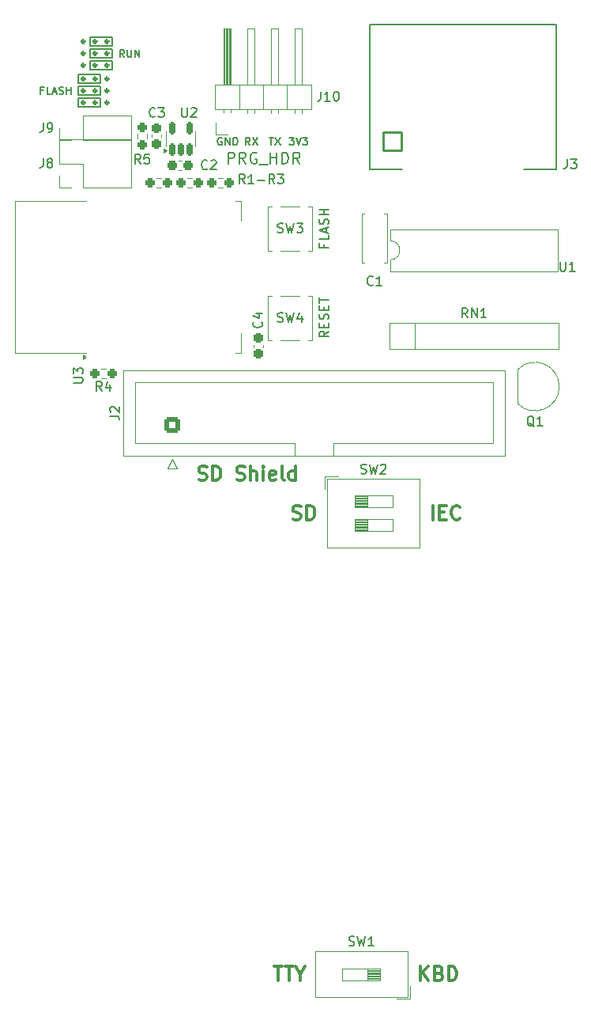
<source format=gbr>
%TF.GenerationSoftware,KiCad,Pcbnew,7.0.11*%
%TF.CreationDate,2024-10-03T19:05:43+02:00*%
%TF.ProjectId,kim-1-aux-card-esp,6b696d2d-312d-4617-9578-2d636172642d,rev?*%
%TF.SameCoordinates,Original*%
%TF.FileFunction,Legend,Top*%
%TF.FilePolarity,Positive*%
%FSLAX46Y46*%
G04 Gerber Fmt 4.6, Leading zero omitted, Abs format (unit mm)*
G04 Created by KiCad (PCBNEW 7.0.11) date 2024-10-03 19:05:43*
%MOMM*%
%LPD*%
G01*
G04 APERTURE LIST*
G04 Aperture macros list*
%AMRoundRect*
0 Rectangle with rounded corners*
0 $1 Rounding radius*
0 $2 $3 $4 $5 $6 $7 $8 $9 X,Y pos of 4 corners*
0 Add a 4 corners polygon primitive as box body*
4,1,4,$2,$3,$4,$5,$6,$7,$8,$9,$2,$3,0*
0 Add four circle primitives for the rounded corners*
1,1,$1+$1,$2,$3*
1,1,$1+$1,$4,$5*
1,1,$1+$1,$6,$7*
1,1,$1+$1,$8,$9*
0 Add four rect primitives between the rounded corners*
20,1,$1+$1,$2,$3,$4,$5,0*
20,1,$1+$1,$4,$5,$6,$7,0*
20,1,$1+$1,$6,$7,$8,$9,0*
20,1,$1+$1,$8,$9,$2,$3,0*%
G04 Aperture macros list end*
%ADD10C,0.300000*%
%ADD11C,0.200000*%
%ADD12C,0.150000*%
%ADD13C,0.120000*%
%ADD14C,0.127000*%
%ADD15R,1.400000X1.600000*%
%ADD16C,2.700000*%
%ADD17R,1.500000X1.050000*%
%ADD18O,1.500000X1.050000*%
%ADD19R,1.600000X2.400000*%
%ADD20O,1.600000X2.400000*%
%ADD21R,1.600000X1.600000*%
%ADD22O,1.600000X1.600000*%
%ADD23RoundRect,0.237500X-0.237500X0.300000X-0.237500X-0.300000X0.237500X-0.300000X0.237500X0.300000X0*%
%ADD24RoundRect,0.237500X-0.237500X0.250000X-0.237500X-0.250000X0.237500X-0.250000X0.237500X0.250000X0*%
%ADD25RoundRect,0.237500X-0.300000X-0.237500X0.300000X-0.237500X0.300000X0.237500X-0.300000X0.237500X0*%
%ADD26RoundRect,0.250000X0.600000X-0.600000X0.600000X0.600000X-0.600000X0.600000X-0.600000X-0.600000X0*%
%ADD27C,1.700000*%
%ADD28RoundRect,0.237500X-0.250000X-0.237500X0.250000X-0.237500X0.250000X0.237500X-0.250000X0.237500X0*%
%ADD29RoundRect,0.150000X0.150000X-0.512500X0.150000X0.512500X-0.150000X0.512500X-0.150000X-0.512500X0*%
%ADD30R,1.000000X2.500000*%
%ADD31R,1.800000X1.000000*%
%ADD32R,1.700000X1.700000*%
%ADD33O,1.700000X1.700000*%
%ADD34RoundRect,0.237500X0.237500X-0.300000X0.237500X0.300000X-0.237500X0.300000X-0.237500X-0.300000X0*%
%ADD35RoundRect,0.237500X0.250000X0.237500X-0.250000X0.237500X-0.250000X-0.237500X0.250000X-0.237500X0*%
%ADD36C,1.600000*%
%ADD37C,2.400000*%
%ADD38RoundRect,0.102000X0.975000X0.975000X-0.975000X0.975000X-0.975000X-0.975000X0.975000X-0.975000X0*%
%ADD39C,2.154000*%
%ADD40C,0.600000*%
%ADD41C,0.500000*%
G04 APERTURE END LIST*
D10*
X117350000Y-44450000D02*
G75*
G03*
X117050000Y-44450000I-150000J0D01*
G01*
X117050000Y-44450000D02*
G75*
G03*
X117350000Y-44450000I150000J0D01*
G01*
X117350000Y-41910000D02*
G75*
G03*
X117050000Y-41910000I-150000J0D01*
G01*
X117050000Y-41910000D02*
G75*
G03*
X117350000Y-41910000I150000J0D01*
G01*
D11*
X117930000Y-43980000D02*
X120280000Y-43980000D01*
X120280000Y-44920000D01*
X117930000Y-44920000D01*
X117930000Y-43980000D01*
X117930000Y-41440000D02*
X120280000Y-41440000D01*
X120280000Y-42380000D01*
X117930000Y-42380000D01*
X117930000Y-41440000D01*
D10*
X119890000Y-48450000D02*
G75*
G03*
X119590000Y-48450000I-150000J0D01*
G01*
X119590000Y-48450000D02*
G75*
G03*
X119890000Y-48450000I150000J0D01*
G01*
D11*
X116660000Y-45440000D02*
X119010000Y-45440000D01*
X119010000Y-46380000D01*
X116660000Y-46380000D01*
X116660000Y-45440000D01*
D10*
X118620000Y-41910000D02*
G75*
G03*
X118320000Y-41910000I-150000J0D01*
G01*
X118320000Y-41910000D02*
G75*
G03*
X118620000Y-41910000I150000J0D01*
G01*
X118620000Y-43180000D02*
G75*
G03*
X118320000Y-43180000I-150000J0D01*
G01*
X118320000Y-43180000D02*
G75*
G03*
X118620000Y-43180000I150000J0D01*
G01*
X118620000Y-44450000D02*
G75*
G03*
X118320000Y-44450000I-150000J0D01*
G01*
X118320000Y-44450000D02*
G75*
G03*
X118620000Y-44450000I150000J0D01*
G01*
X117350000Y-47180000D02*
G75*
G03*
X117050000Y-47180000I-150000J0D01*
G01*
X117050000Y-47180000D02*
G75*
G03*
X117350000Y-47180000I150000J0D01*
G01*
X117350000Y-45910000D02*
G75*
G03*
X117050000Y-45910000I-150000J0D01*
G01*
X117050000Y-45910000D02*
G75*
G03*
X117350000Y-45910000I150000J0D01*
G01*
X118620000Y-48450000D02*
G75*
G03*
X118320000Y-48450000I-150000J0D01*
G01*
X118320000Y-48450000D02*
G75*
G03*
X118620000Y-48450000I150000J0D01*
G01*
X119890000Y-44450000D02*
G75*
G03*
X119590000Y-44450000I-150000J0D01*
G01*
X119590000Y-44450000D02*
G75*
G03*
X119890000Y-44450000I150000J0D01*
G01*
X119890000Y-43180000D02*
G75*
G03*
X119590000Y-43180000I-150000J0D01*
G01*
X119590000Y-43180000D02*
G75*
G03*
X119890000Y-43180000I150000J0D01*
G01*
D11*
X117930000Y-42710000D02*
X120280000Y-42710000D01*
X120280000Y-43650000D01*
X117930000Y-43650000D01*
X117930000Y-42710000D01*
D10*
X118620000Y-45910000D02*
G75*
G03*
X118320000Y-45910000I-150000J0D01*
G01*
X118320000Y-45910000D02*
G75*
G03*
X118620000Y-45910000I150000J0D01*
G01*
X117350000Y-43180000D02*
G75*
G03*
X117050000Y-43180000I-150000J0D01*
G01*
X117050000Y-43180000D02*
G75*
G03*
X117350000Y-43180000I150000J0D01*
G01*
D11*
X116660000Y-47980000D02*
X119010000Y-47980000D01*
X119010000Y-48920000D01*
X116660000Y-48920000D01*
X116660000Y-47980000D01*
D10*
X119890000Y-47180000D02*
G75*
G03*
X119590000Y-47180000I-150000J0D01*
G01*
X119590000Y-47180000D02*
G75*
G03*
X119890000Y-47180000I150000J0D01*
G01*
X119890000Y-45910000D02*
G75*
G03*
X119590000Y-45910000I-150000J0D01*
G01*
X119590000Y-45910000D02*
G75*
G03*
X119890000Y-45910000I150000J0D01*
G01*
X118620000Y-47180000D02*
G75*
G03*
X118320000Y-47180000I-150000J0D01*
G01*
X118320000Y-47180000D02*
G75*
G03*
X118620000Y-47180000I150000J0D01*
G01*
X117350000Y-48450000D02*
G75*
G03*
X117050000Y-48450000I-150000J0D01*
G01*
X117050000Y-48450000D02*
G75*
G03*
X117350000Y-48450000I150000J0D01*
G01*
X119890000Y-41910000D02*
G75*
G03*
X119590000Y-41910000I-150000J0D01*
G01*
X119590000Y-41910000D02*
G75*
G03*
X119890000Y-41910000I150000J0D01*
G01*
D11*
X116660000Y-46710000D02*
X119010000Y-46710000D01*
X119010000Y-47650000D01*
X116660000Y-47650000D01*
X116660000Y-46710000D01*
D12*
X132050476Y-52212390D02*
X131974286Y-52174295D01*
X131974286Y-52174295D02*
X131860000Y-52174295D01*
X131860000Y-52174295D02*
X131745714Y-52212390D01*
X131745714Y-52212390D02*
X131669524Y-52288580D01*
X131669524Y-52288580D02*
X131631429Y-52364771D01*
X131631429Y-52364771D02*
X131593333Y-52517152D01*
X131593333Y-52517152D02*
X131593333Y-52631438D01*
X131593333Y-52631438D02*
X131631429Y-52783819D01*
X131631429Y-52783819D02*
X131669524Y-52860009D01*
X131669524Y-52860009D02*
X131745714Y-52936200D01*
X131745714Y-52936200D02*
X131860000Y-52974295D01*
X131860000Y-52974295D02*
X131936191Y-52974295D01*
X131936191Y-52974295D02*
X132050476Y-52936200D01*
X132050476Y-52936200D02*
X132088572Y-52898104D01*
X132088572Y-52898104D02*
X132088572Y-52631438D01*
X132088572Y-52631438D02*
X131936191Y-52631438D01*
X132431429Y-52974295D02*
X132431429Y-52174295D01*
X132431429Y-52174295D02*
X132888572Y-52974295D01*
X132888572Y-52974295D02*
X132888572Y-52174295D01*
X133269524Y-52974295D02*
X133269524Y-52174295D01*
X133269524Y-52174295D02*
X133460000Y-52174295D01*
X133460000Y-52174295D02*
X133574286Y-52212390D01*
X133574286Y-52212390D02*
X133650476Y-52288580D01*
X133650476Y-52288580D02*
X133688571Y-52364771D01*
X133688571Y-52364771D02*
X133726667Y-52517152D01*
X133726667Y-52517152D02*
X133726667Y-52631438D01*
X133726667Y-52631438D02*
X133688571Y-52783819D01*
X133688571Y-52783819D02*
X133650476Y-52860009D01*
X133650476Y-52860009D02*
X133574286Y-52936200D01*
X133574286Y-52936200D02*
X133460000Y-52974295D01*
X133460000Y-52974295D02*
X133269524Y-52974295D01*
D10*
X137674061Y-140878328D02*
X138531204Y-140878328D01*
X138102632Y-142378328D02*
X138102632Y-140878328D01*
X138816918Y-140878328D02*
X139674061Y-140878328D01*
X139245489Y-142378328D02*
X139245489Y-140878328D01*
X140459775Y-141664042D02*
X140459775Y-142378328D01*
X139959775Y-140878328D02*
X140459775Y-141664042D01*
X140459775Y-141664042D02*
X140959775Y-140878328D01*
D12*
X112899411Y-47143247D02*
X112632745Y-47143247D01*
X112632745Y-47562295D02*
X112632745Y-46762295D01*
X112632745Y-46762295D02*
X113013697Y-46762295D01*
X113699411Y-47562295D02*
X113318459Y-47562295D01*
X113318459Y-47562295D02*
X113318459Y-46762295D01*
X113927982Y-47333723D02*
X114308935Y-47333723D01*
X113851792Y-47562295D02*
X114118459Y-46762295D01*
X114118459Y-46762295D02*
X114385125Y-47562295D01*
X114613696Y-47524200D02*
X114727982Y-47562295D01*
X114727982Y-47562295D02*
X114918458Y-47562295D01*
X114918458Y-47562295D02*
X114994649Y-47524200D01*
X114994649Y-47524200D02*
X115032744Y-47486104D01*
X115032744Y-47486104D02*
X115070839Y-47409914D01*
X115070839Y-47409914D02*
X115070839Y-47333723D01*
X115070839Y-47333723D02*
X115032744Y-47257533D01*
X115032744Y-47257533D02*
X114994649Y-47219438D01*
X114994649Y-47219438D02*
X114918458Y-47181342D01*
X114918458Y-47181342D02*
X114766077Y-47143247D01*
X114766077Y-47143247D02*
X114689887Y-47105152D01*
X114689887Y-47105152D02*
X114651792Y-47067057D01*
X114651792Y-47067057D02*
X114613696Y-46990866D01*
X114613696Y-46990866D02*
X114613696Y-46914676D01*
X114613696Y-46914676D02*
X114651792Y-46838485D01*
X114651792Y-46838485D02*
X114689887Y-46800390D01*
X114689887Y-46800390D02*
X114766077Y-46762295D01*
X114766077Y-46762295D02*
X114956554Y-46762295D01*
X114956554Y-46762295D02*
X115070839Y-46800390D01*
X115413697Y-47562295D02*
X115413697Y-46762295D01*
X115413697Y-47143247D02*
X115870840Y-47143247D01*
X115870840Y-47562295D02*
X115870840Y-46762295D01*
D10*
X154654510Y-93058328D02*
X154654510Y-91558328D01*
X155368796Y-92272614D02*
X155868796Y-92272614D01*
X156083082Y-93058328D02*
X155368796Y-93058328D01*
X155368796Y-93058328D02*
X155368796Y-91558328D01*
X155368796Y-91558328D02*
X156083082Y-91558328D01*
X157583082Y-92915471D02*
X157511654Y-92986900D01*
X157511654Y-92986900D02*
X157297368Y-93058328D01*
X157297368Y-93058328D02*
X157154511Y-93058328D01*
X157154511Y-93058328D02*
X156940225Y-92986900D01*
X156940225Y-92986900D02*
X156797368Y-92844042D01*
X156797368Y-92844042D02*
X156725939Y-92701185D01*
X156725939Y-92701185D02*
X156654511Y-92415471D01*
X156654511Y-92415471D02*
X156654511Y-92201185D01*
X156654511Y-92201185D02*
X156725939Y-91915471D01*
X156725939Y-91915471D02*
X156797368Y-91772614D01*
X156797368Y-91772614D02*
X156940225Y-91629757D01*
X156940225Y-91629757D02*
X157154511Y-91558328D01*
X157154511Y-91558328D02*
X157297368Y-91558328D01*
X157297368Y-91558328D02*
X157511654Y-91629757D01*
X157511654Y-91629757D02*
X157583082Y-91701185D01*
D12*
X134508095Y-57114819D02*
X134174762Y-56638628D01*
X133936667Y-57114819D02*
X133936667Y-56114819D01*
X133936667Y-56114819D02*
X134317619Y-56114819D01*
X134317619Y-56114819D02*
X134412857Y-56162438D01*
X134412857Y-56162438D02*
X134460476Y-56210057D01*
X134460476Y-56210057D02*
X134508095Y-56305295D01*
X134508095Y-56305295D02*
X134508095Y-56448152D01*
X134508095Y-56448152D02*
X134460476Y-56543390D01*
X134460476Y-56543390D02*
X134412857Y-56591009D01*
X134412857Y-56591009D02*
X134317619Y-56638628D01*
X134317619Y-56638628D02*
X133936667Y-56638628D01*
X135460476Y-57114819D02*
X134889048Y-57114819D01*
X135174762Y-57114819D02*
X135174762Y-56114819D01*
X135174762Y-56114819D02*
X135079524Y-56257676D01*
X135079524Y-56257676D02*
X134984286Y-56352914D01*
X134984286Y-56352914D02*
X134889048Y-56400533D01*
X135889048Y-56733866D02*
X136650953Y-56733866D01*
X137698571Y-57114819D02*
X137365238Y-56638628D01*
X137127143Y-57114819D02*
X137127143Y-56114819D01*
X137127143Y-56114819D02*
X137508095Y-56114819D01*
X137508095Y-56114819D02*
X137603333Y-56162438D01*
X137603333Y-56162438D02*
X137650952Y-56210057D01*
X137650952Y-56210057D02*
X137698571Y-56305295D01*
X137698571Y-56305295D02*
X137698571Y-56448152D01*
X137698571Y-56448152D02*
X137650952Y-56543390D01*
X137650952Y-56543390D02*
X137603333Y-56591009D01*
X137603333Y-56591009D02*
X137508095Y-56638628D01*
X137508095Y-56638628D02*
X137127143Y-56638628D01*
X138031905Y-56114819D02*
X138650952Y-56114819D01*
X138650952Y-56114819D02*
X138317619Y-56495771D01*
X138317619Y-56495771D02*
X138460476Y-56495771D01*
X138460476Y-56495771D02*
X138555714Y-56543390D01*
X138555714Y-56543390D02*
X138603333Y-56591009D01*
X138603333Y-56591009D02*
X138650952Y-56686247D01*
X138650952Y-56686247D02*
X138650952Y-56924342D01*
X138650952Y-56924342D02*
X138603333Y-57019580D01*
X138603333Y-57019580D02*
X138555714Y-57067200D01*
X138555714Y-57067200D02*
X138460476Y-57114819D01*
X138460476Y-57114819D02*
X138174762Y-57114819D01*
X138174762Y-57114819D02*
X138079524Y-57067200D01*
X138079524Y-57067200D02*
X138031905Y-57019580D01*
D10*
X129575715Y-88779400D02*
X129790001Y-88850828D01*
X129790001Y-88850828D02*
X130147143Y-88850828D01*
X130147143Y-88850828D02*
X130290001Y-88779400D01*
X130290001Y-88779400D02*
X130361429Y-88707971D01*
X130361429Y-88707971D02*
X130432858Y-88565114D01*
X130432858Y-88565114D02*
X130432858Y-88422257D01*
X130432858Y-88422257D02*
X130361429Y-88279400D01*
X130361429Y-88279400D02*
X130290001Y-88207971D01*
X130290001Y-88207971D02*
X130147143Y-88136542D01*
X130147143Y-88136542D02*
X129861429Y-88065114D01*
X129861429Y-88065114D02*
X129718572Y-87993685D01*
X129718572Y-87993685D02*
X129647143Y-87922257D01*
X129647143Y-87922257D02*
X129575715Y-87779400D01*
X129575715Y-87779400D02*
X129575715Y-87636542D01*
X129575715Y-87636542D02*
X129647143Y-87493685D01*
X129647143Y-87493685D02*
X129718572Y-87422257D01*
X129718572Y-87422257D02*
X129861429Y-87350828D01*
X129861429Y-87350828D02*
X130218572Y-87350828D01*
X130218572Y-87350828D02*
X130432858Y-87422257D01*
X131075714Y-88850828D02*
X131075714Y-87350828D01*
X131075714Y-87350828D02*
X131432857Y-87350828D01*
X131432857Y-87350828D02*
X131647143Y-87422257D01*
X131647143Y-87422257D02*
X131790000Y-87565114D01*
X131790000Y-87565114D02*
X131861429Y-87707971D01*
X131861429Y-87707971D02*
X131932857Y-87993685D01*
X131932857Y-87993685D02*
X131932857Y-88207971D01*
X131932857Y-88207971D02*
X131861429Y-88493685D01*
X131861429Y-88493685D02*
X131790000Y-88636542D01*
X131790000Y-88636542D02*
X131647143Y-88779400D01*
X131647143Y-88779400D02*
X131432857Y-88850828D01*
X131432857Y-88850828D02*
X131075714Y-88850828D01*
X133647143Y-88779400D02*
X133861429Y-88850828D01*
X133861429Y-88850828D02*
X134218571Y-88850828D01*
X134218571Y-88850828D02*
X134361429Y-88779400D01*
X134361429Y-88779400D02*
X134432857Y-88707971D01*
X134432857Y-88707971D02*
X134504286Y-88565114D01*
X134504286Y-88565114D02*
X134504286Y-88422257D01*
X134504286Y-88422257D02*
X134432857Y-88279400D01*
X134432857Y-88279400D02*
X134361429Y-88207971D01*
X134361429Y-88207971D02*
X134218571Y-88136542D01*
X134218571Y-88136542D02*
X133932857Y-88065114D01*
X133932857Y-88065114D02*
X133790000Y-87993685D01*
X133790000Y-87993685D02*
X133718571Y-87922257D01*
X133718571Y-87922257D02*
X133647143Y-87779400D01*
X133647143Y-87779400D02*
X133647143Y-87636542D01*
X133647143Y-87636542D02*
X133718571Y-87493685D01*
X133718571Y-87493685D02*
X133790000Y-87422257D01*
X133790000Y-87422257D02*
X133932857Y-87350828D01*
X133932857Y-87350828D02*
X134290000Y-87350828D01*
X134290000Y-87350828D02*
X134504286Y-87422257D01*
X135147142Y-88850828D02*
X135147142Y-87350828D01*
X135790000Y-88850828D02*
X135790000Y-88065114D01*
X135790000Y-88065114D02*
X135718571Y-87922257D01*
X135718571Y-87922257D02*
X135575714Y-87850828D01*
X135575714Y-87850828D02*
X135361428Y-87850828D01*
X135361428Y-87850828D02*
X135218571Y-87922257D01*
X135218571Y-87922257D02*
X135147142Y-87993685D01*
X136504285Y-88850828D02*
X136504285Y-87850828D01*
X136504285Y-87350828D02*
X136432857Y-87422257D01*
X136432857Y-87422257D02*
X136504285Y-87493685D01*
X136504285Y-87493685D02*
X136575714Y-87422257D01*
X136575714Y-87422257D02*
X136504285Y-87350828D01*
X136504285Y-87350828D02*
X136504285Y-87493685D01*
X137790000Y-88779400D02*
X137647143Y-88850828D01*
X137647143Y-88850828D02*
X137361429Y-88850828D01*
X137361429Y-88850828D02*
X137218571Y-88779400D01*
X137218571Y-88779400D02*
X137147143Y-88636542D01*
X137147143Y-88636542D02*
X137147143Y-88065114D01*
X137147143Y-88065114D02*
X137218571Y-87922257D01*
X137218571Y-87922257D02*
X137361429Y-87850828D01*
X137361429Y-87850828D02*
X137647143Y-87850828D01*
X137647143Y-87850828D02*
X137790000Y-87922257D01*
X137790000Y-87922257D02*
X137861429Y-88065114D01*
X137861429Y-88065114D02*
X137861429Y-88207971D01*
X137861429Y-88207971D02*
X137147143Y-88350828D01*
X138718571Y-88850828D02*
X138575714Y-88779400D01*
X138575714Y-88779400D02*
X138504285Y-88636542D01*
X138504285Y-88636542D02*
X138504285Y-87350828D01*
X139932857Y-88850828D02*
X139932857Y-87350828D01*
X139932857Y-88779400D02*
X139789999Y-88850828D01*
X139789999Y-88850828D02*
X139504285Y-88850828D01*
X139504285Y-88850828D02*
X139361428Y-88779400D01*
X139361428Y-88779400D02*
X139289999Y-88707971D01*
X139289999Y-88707971D02*
X139218571Y-88565114D01*
X139218571Y-88565114D02*
X139218571Y-88136542D01*
X139218571Y-88136542D02*
X139289999Y-87993685D01*
X139289999Y-87993685D02*
X139361428Y-87922257D01*
X139361428Y-87922257D02*
X139504285Y-87850828D01*
X139504285Y-87850828D02*
X139789999Y-87850828D01*
X139789999Y-87850828D02*
X139932857Y-87922257D01*
D12*
X139289523Y-52174295D02*
X139784761Y-52174295D01*
X139784761Y-52174295D02*
X139518095Y-52479057D01*
X139518095Y-52479057D02*
X139632380Y-52479057D01*
X139632380Y-52479057D02*
X139708571Y-52517152D01*
X139708571Y-52517152D02*
X139746666Y-52555247D01*
X139746666Y-52555247D02*
X139784761Y-52631438D01*
X139784761Y-52631438D02*
X139784761Y-52821914D01*
X139784761Y-52821914D02*
X139746666Y-52898104D01*
X139746666Y-52898104D02*
X139708571Y-52936200D01*
X139708571Y-52936200D02*
X139632380Y-52974295D01*
X139632380Y-52974295D02*
X139403809Y-52974295D01*
X139403809Y-52974295D02*
X139327618Y-52936200D01*
X139327618Y-52936200D02*
X139289523Y-52898104D01*
X140013333Y-52174295D02*
X140280000Y-52974295D01*
X140280000Y-52974295D02*
X140546666Y-52174295D01*
X140737142Y-52174295D02*
X141232380Y-52174295D01*
X141232380Y-52174295D02*
X140965714Y-52479057D01*
X140965714Y-52479057D02*
X141079999Y-52479057D01*
X141079999Y-52479057D02*
X141156190Y-52517152D01*
X141156190Y-52517152D02*
X141194285Y-52555247D01*
X141194285Y-52555247D02*
X141232380Y-52631438D01*
X141232380Y-52631438D02*
X141232380Y-52821914D01*
X141232380Y-52821914D02*
X141194285Y-52898104D01*
X141194285Y-52898104D02*
X141156190Y-52936200D01*
X141156190Y-52936200D02*
X141079999Y-52974295D01*
X141079999Y-52974295D02*
X140851428Y-52974295D01*
X140851428Y-52974295D02*
X140775237Y-52936200D01*
X140775237Y-52936200D02*
X140737142Y-52898104D01*
X137130476Y-52174295D02*
X137587619Y-52174295D01*
X137359047Y-52974295D02*
X137359047Y-52174295D01*
X137778095Y-52174295D02*
X138311429Y-52974295D01*
X138311429Y-52174295D02*
X137778095Y-52974295D01*
X121576303Y-43572295D02*
X121309636Y-43191342D01*
X121119160Y-43572295D02*
X121119160Y-42772295D01*
X121119160Y-42772295D02*
X121423922Y-42772295D01*
X121423922Y-42772295D02*
X121500112Y-42810390D01*
X121500112Y-42810390D02*
X121538207Y-42848485D01*
X121538207Y-42848485D02*
X121576303Y-42924676D01*
X121576303Y-42924676D02*
X121576303Y-43038961D01*
X121576303Y-43038961D02*
X121538207Y-43115152D01*
X121538207Y-43115152D02*
X121500112Y-43153247D01*
X121500112Y-43153247D02*
X121423922Y-43191342D01*
X121423922Y-43191342D02*
X121119160Y-43191342D01*
X121919160Y-42772295D02*
X121919160Y-43419914D01*
X121919160Y-43419914D02*
X121957255Y-43496104D01*
X121957255Y-43496104D02*
X121995350Y-43534200D01*
X121995350Y-43534200D02*
X122071541Y-43572295D01*
X122071541Y-43572295D02*
X122223922Y-43572295D01*
X122223922Y-43572295D02*
X122300112Y-43534200D01*
X122300112Y-43534200D02*
X122338207Y-43496104D01*
X122338207Y-43496104D02*
X122376303Y-43419914D01*
X122376303Y-43419914D02*
X122376303Y-42772295D01*
X122757255Y-43572295D02*
X122757255Y-42772295D01*
X122757255Y-42772295D02*
X123214398Y-43572295D01*
X123214398Y-43572295D02*
X123214398Y-42772295D01*
X135066667Y-52974295D02*
X134800000Y-52593342D01*
X134609524Y-52974295D02*
X134609524Y-52174295D01*
X134609524Y-52174295D02*
X134914286Y-52174295D01*
X134914286Y-52174295D02*
X134990476Y-52212390D01*
X134990476Y-52212390D02*
X135028571Y-52250485D01*
X135028571Y-52250485D02*
X135066667Y-52326676D01*
X135066667Y-52326676D02*
X135066667Y-52440961D01*
X135066667Y-52440961D02*
X135028571Y-52517152D01*
X135028571Y-52517152D02*
X134990476Y-52555247D01*
X134990476Y-52555247D02*
X134914286Y-52593342D01*
X134914286Y-52593342D02*
X134609524Y-52593342D01*
X135333333Y-52174295D02*
X135866667Y-52974295D01*
X135866667Y-52174295D02*
X135333333Y-52974295D01*
D10*
X139659775Y-92986900D02*
X139874061Y-93058328D01*
X139874061Y-93058328D02*
X140231203Y-93058328D01*
X140231203Y-93058328D02*
X140374061Y-92986900D01*
X140374061Y-92986900D02*
X140445489Y-92915471D01*
X140445489Y-92915471D02*
X140516918Y-92772614D01*
X140516918Y-92772614D02*
X140516918Y-92629757D01*
X140516918Y-92629757D02*
X140445489Y-92486900D01*
X140445489Y-92486900D02*
X140374061Y-92415471D01*
X140374061Y-92415471D02*
X140231203Y-92344042D01*
X140231203Y-92344042D02*
X139945489Y-92272614D01*
X139945489Y-92272614D02*
X139802632Y-92201185D01*
X139802632Y-92201185D02*
X139731203Y-92129757D01*
X139731203Y-92129757D02*
X139659775Y-91986900D01*
X139659775Y-91986900D02*
X139659775Y-91844042D01*
X139659775Y-91844042D02*
X139731203Y-91701185D01*
X139731203Y-91701185D02*
X139802632Y-91629757D01*
X139802632Y-91629757D02*
X139945489Y-91558328D01*
X139945489Y-91558328D02*
X140302632Y-91558328D01*
X140302632Y-91558328D02*
X140516918Y-91629757D01*
X141159774Y-93058328D02*
X141159774Y-91558328D01*
X141159774Y-91558328D02*
X141516917Y-91558328D01*
X141516917Y-91558328D02*
X141731203Y-91629757D01*
X141731203Y-91629757D02*
X141874060Y-91772614D01*
X141874060Y-91772614D02*
X141945489Y-91915471D01*
X141945489Y-91915471D02*
X142016917Y-92201185D01*
X142016917Y-92201185D02*
X142016917Y-92415471D01*
X142016917Y-92415471D02*
X141945489Y-92701185D01*
X141945489Y-92701185D02*
X141874060Y-92844042D01*
X141874060Y-92844042D02*
X141731203Y-92986900D01*
X141731203Y-92986900D02*
X141516917Y-93058328D01*
X141516917Y-93058328D02*
X141159774Y-93058328D01*
X153354510Y-142378328D02*
X153354510Y-140878328D01*
X154211653Y-142378328D02*
X153568796Y-141521185D01*
X154211653Y-140878328D02*
X153354510Y-141735471D01*
X155354510Y-141592614D02*
X155568796Y-141664042D01*
X155568796Y-141664042D02*
X155640225Y-141735471D01*
X155640225Y-141735471D02*
X155711653Y-141878328D01*
X155711653Y-141878328D02*
X155711653Y-142092614D01*
X155711653Y-142092614D02*
X155640225Y-142235471D01*
X155640225Y-142235471D02*
X155568796Y-142306900D01*
X155568796Y-142306900D02*
X155425939Y-142378328D01*
X155425939Y-142378328D02*
X154854510Y-142378328D01*
X154854510Y-142378328D02*
X154854510Y-140878328D01*
X154854510Y-140878328D02*
X155354510Y-140878328D01*
X155354510Y-140878328D02*
X155497368Y-140949757D01*
X155497368Y-140949757D02*
X155568796Y-141021185D01*
X155568796Y-141021185D02*
X155640225Y-141164042D01*
X155640225Y-141164042D02*
X155640225Y-141306900D01*
X155640225Y-141306900D02*
X155568796Y-141449757D01*
X155568796Y-141449757D02*
X155497368Y-141521185D01*
X155497368Y-141521185D02*
X155354510Y-141592614D01*
X155354510Y-141592614D02*
X154854510Y-141592614D01*
X156354510Y-142378328D02*
X156354510Y-140878328D01*
X156354510Y-140878328D02*
X156711653Y-140878328D01*
X156711653Y-140878328D02*
X156925939Y-140949757D01*
X156925939Y-140949757D02*
X157068796Y-141092614D01*
X157068796Y-141092614D02*
X157140225Y-141235471D01*
X157140225Y-141235471D02*
X157211653Y-141521185D01*
X157211653Y-141521185D02*
X157211653Y-141735471D01*
X157211653Y-141735471D02*
X157140225Y-142021185D01*
X157140225Y-142021185D02*
X157068796Y-142164042D01*
X157068796Y-142164042D02*
X156925939Y-142306900D01*
X156925939Y-142306900D02*
X156711653Y-142378328D01*
X156711653Y-142378328D02*
X156354510Y-142378328D01*
D12*
X138036667Y-71877200D02*
X138179524Y-71924819D01*
X138179524Y-71924819D02*
X138417619Y-71924819D01*
X138417619Y-71924819D02*
X138512857Y-71877200D01*
X138512857Y-71877200D02*
X138560476Y-71829580D01*
X138560476Y-71829580D02*
X138608095Y-71734342D01*
X138608095Y-71734342D02*
X138608095Y-71639104D01*
X138608095Y-71639104D02*
X138560476Y-71543866D01*
X138560476Y-71543866D02*
X138512857Y-71496247D01*
X138512857Y-71496247D02*
X138417619Y-71448628D01*
X138417619Y-71448628D02*
X138227143Y-71401009D01*
X138227143Y-71401009D02*
X138131905Y-71353390D01*
X138131905Y-71353390D02*
X138084286Y-71305771D01*
X138084286Y-71305771D02*
X138036667Y-71210533D01*
X138036667Y-71210533D02*
X138036667Y-71115295D01*
X138036667Y-71115295D02*
X138084286Y-71020057D01*
X138084286Y-71020057D02*
X138131905Y-70972438D01*
X138131905Y-70972438D02*
X138227143Y-70924819D01*
X138227143Y-70924819D02*
X138465238Y-70924819D01*
X138465238Y-70924819D02*
X138608095Y-70972438D01*
X138941429Y-70924819D02*
X139179524Y-71924819D01*
X139179524Y-71924819D02*
X139370000Y-71210533D01*
X139370000Y-71210533D02*
X139560476Y-71924819D01*
X139560476Y-71924819D02*
X139798572Y-70924819D01*
X140608095Y-71258152D02*
X140608095Y-71924819D01*
X140370000Y-70877200D02*
X140131905Y-71591485D01*
X140131905Y-71591485D02*
X140750952Y-71591485D01*
X143494819Y-72912381D02*
X143018628Y-73245714D01*
X143494819Y-73483809D02*
X142494819Y-73483809D01*
X142494819Y-73483809D02*
X142494819Y-73102857D01*
X142494819Y-73102857D02*
X142542438Y-73007619D01*
X142542438Y-73007619D02*
X142590057Y-72960000D01*
X142590057Y-72960000D02*
X142685295Y-72912381D01*
X142685295Y-72912381D02*
X142828152Y-72912381D01*
X142828152Y-72912381D02*
X142923390Y-72960000D01*
X142923390Y-72960000D02*
X142971009Y-73007619D01*
X142971009Y-73007619D02*
X143018628Y-73102857D01*
X143018628Y-73102857D02*
X143018628Y-73483809D01*
X142971009Y-72483809D02*
X142971009Y-72150476D01*
X143494819Y-72007619D02*
X143494819Y-72483809D01*
X143494819Y-72483809D02*
X142494819Y-72483809D01*
X142494819Y-72483809D02*
X142494819Y-72007619D01*
X143447200Y-71626666D02*
X143494819Y-71483809D01*
X143494819Y-71483809D02*
X143494819Y-71245714D01*
X143494819Y-71245714D02*
X143447200Y-71150476D01*
X143447200Y-71150476D02*
X143399580Y-71102857D01*
X143399580Y-71102857D02*
X143304342Y-71055238D01*
X143304342Y-71055238D02*
X143209104Y-71055238D01*
X143209104Y-71055238D02*
X143113866Y-71102857D01*
X143113866Y-71102857D02*
X143066247Y-71150476D01*
X143066247Y-71150476D02*
X143018628Y-71245714D01*
X143018628Y-71245714D02*
X142971009Y-71436190D01*
X142971009Y-71436190D02*
X142923390Y-71531428D01*
X142923390Y-71531428D02*
X142875771Y-71579047D01*
X142875771Y-71579047D02*
X142780533Y-71626666D01*
X142780533Y-71626666D02*
X142685295Y-71626666D01*
X142685295Y-71626666D02*
X142590057Y-71579047D01*
X142590057Y-71579047D02*
X142542438Y-71531428D01*
X142542438Y-71531428D02*
X142494819Y-71436190D01*
X142494819Y-71436190D02*
X142494819Y-71198095D01*
X142494819Y-71198095D02*
X142542438Y-71055238D01*
X142971009Y-70626666D02*
X142971009Y-70293333D01*
X143494819Y-70150476D02*
X143494819Y-70626666D01*
X143494819Y-70626666D02*
X142494819Y-70626666D01*
X142494819Y-70626666D02*
X142494819Y-70150476D01*
X142494819Y-69864761D02*
X142494819Y-69293333D01*
X143494819Y-69579047D02*
X142494819Y-69579047D01*
X165514761Y-83110057D02*
X165419523Y-83062438D01*
X165419523Y-83062438D02*
X165324285Y-82967200D01*
X165324285Y-82967200D02*
X165181428Y-82824342D01*
X165181428Y-82824342D02*
X165086190Y-82776723D01*
X165086190Y-82776723D02*
X164990952Y-82776723D01*
X165038571Y-83014819D02*
X164943333Y-82967200D01*
X164943333Y-82967200D02*
X164848095Y-82871961D01*
X164848095Y-82871961D02*
X164800476Y-82681485D01*
X164800476Y-82681485D02*
X164800476Y-82348152D01*
X164800476Y-82348152D02*
X164848095Y-82157676D01*
X164848095Y-82157676D02*
X164943333Y-82062438D01*
X164943333Y-82062438D02*
X165038571Y-82014819D01*
X165038571Y-82014819D02*
X165229047Y-82014819D01*
X165229047Y-82014819D02*
X165324285Y-82062438D01*
X165324285Y-82062438D02*
X165419523Y-82157676D01*
X165419523Y-82157676D02*
X165467142Y-82348152D01*
X165467142Y-82348152D02*
X165467142Y-82681485D01*
X165467142Y-82681485D02*
X165419523Y-82871961D01*
X165419523Y-82871961D02*
X165324285Y-82967200D01*
X165324285Y-82967200D02*
X165229047Y-83014819D01*
X165229047Y-83014819D02*
X165038571Y-83014819D01*
X166419523Y-83014819D02*
X165848095Y-83014819D01*
X166133809Y-83014819D02*
X166133809Y-82014819D01*
X166133809Y-82014819D02*
X166038571Y-82157676D01*
X166038571Y-82157676D02*
X165943333Y-82252914D01*
X165943333Y-82252914D02*
X165848095Y-82300533D01*
X168328095Y-65474819D02*
X168328095Y-66284342D01*
X168328095Y-66284342D02*
X168375714Y-66379580D01*
X168375714Y-66379580D02*
X168423333Y-66427200D01*
X168423333Y-66427200D02*
X168518571Y-66474819D01*
X168518571Y-66474819D02*
X168709047Y-66474819D01*
X168709047Y-66474819D02*
X168804285Y-66427200D01*
X168804285Y-66427200D02*
X168851904Y-66379580D01*
X168851904Y-66379580D02*
X168899523Y-66284342D01*
X168899523Y-66284342D02*
X168899523Y-65474819D01*
X169899523Y-66474819D02*
X169328095Y-66474819D01*
X169613809Y-66474819D02*
X169613809Y-65474819D01*
X169613809Y-65474819D02*
X169518571Y-65617676D01*
X169518571Y-65617676D02*
X169423333Y-65712914D01*
X169423333Y-65712914D02*
X169328095Y-65760533D01*
X145676667Y-138617200D02*
X145819524Y-138664819D01*
X145819524Y-138664819D02*
X146057619Y-138664819D01*
X146057619Y-138664819D02*
X146152857Y-138617200D01*
X146152857Y-138617200D02*
X146200476Y-138569580D01*
X146200476Y-138569580D02*
X146248095Y-138474342D01*
X146248095Y-138474342D02*
X146248095Y-138379104D01*
X146248095Y-138379104D02*
X146200476Y-138283866D01*
X146200476Y-138283866D02*
X146152857Y-138236247D01*
X146152857Y-138236247D02*
X146057619Y-138188628D01*
X146057619Y-138188628D02*
X145867143Y-138141009D01*
X145867143Y-138141009D02*
X145771905Y-138093390D01*
X145771905Y-138093390D02*
X145724286Y-138045771D01*
X145724286Y-138045771D02*
X145676667Y-137950533D01*
X145676667Y-137950533D02*
X145676667Y-137855295D01*
X145676667Y-137855295D02*
X145724286Y-137760057D01*
X145724286Y-137760057D02*
X145771905Y-137712438D01*
X145771905Y-137712438D02*
X145867143Y-137664819D01*
X145867143Y-137664819D02*
X146105238Y-137664819D01*
X146105238Y-137664819D02*
X146248095Y-137712438D01*
X146581429Y-137664819D02*
X146819524Y-138664819D01*
X146819524Y-138664819D02*
X147010000Y-137950533D01*
X147010000Y-137950533D02*
X147200476Y-138664819D01*
X147200476Y-138664819D02*
X147438572Y-137664819D01*
X148343333Y-138664819D02*
X147771905Y-138664819D01*
X148057619Y-138664819D02*
X148057619Y-137664819D01*
X148057619Y-137664819D02*
X147962381Y-137807676D01*
X147962381Y-137807676D02*
X147867143Y-137902914D01*
X147867143Y-137902914D02*
X147771905Y-137950533D01*
X124913333Y-49899580D02*
X124865714Y-49947200D01*
X124865714Y-49947200D02*
X124722857Y-49994819D01*
X124722857Y-49994819D02*
X124627619Y-49994819D01*
X124627619Y-49994819D02*
X124484762Y-49947200D01*
X124484762Y-49947200D02*
X124389524Y-49851961D01*
X124389524Y-49851961D02*
X124341905Y-49756723D01*
X124341905Y-49756723D02*
X124294286Y-49566247D01*
X124294286Y-49566247D02*
X124294286Y-49423390D01*
X124294286Y-49423390D02*
X124341905Y-49232914D01*
X124341905Y-49232914D02*
X124389524Y-49137676D01*
X124389524Y-49137676D02*
X124484762Y-49042438D01*
X124484762Y-49042438D02*
X124627619Y-48994819D01*
X124627619Y-48994819D02*
X124722857Y-48994819D01*
X124722857Y-48994819D02*
X124865714Y-49042438D01*
X124865714Y-49042438D02*
X124913333Y-49090057D01*
X125246667Y-48994819D02*
X125865714Y-48994819D01*
X125865714Y-48994819D02*
X125532381Y-49375771D01*
X125532381Y-49375771D02*
X125675238Y-49375771D01*
X125675238Y-49375771D02*
X125770476Y-49423390D01*
X125770476Y-49423390D02*
X125818095Y-49471009D01*
X125818095Y-49471009D02*
X125865714Y-49566247D01*
X125865714Y-49566247D02*
X125865714Y-49804342D01*
X125865714Y-49804342D02*
X125818095Y-49899580D01*
X125818095Y-49899580D02*
X125770476Y-49947200D01*
X125770476Y-49947200D02*
X125675238Y-49994819D01*
X125675238Y-49994819D02*
X125389524Y-49994819D01*
X125389524Y-49994819D02*
X125294286Y-49947200D01*
X125294286Y-49947200D02*
X125246667Y-49899580D01*
X123343333Y-54974819D02*
X123010000Y-54498628D01*
X122771905Y-54974819D02*
X122771905Y-53974819D01*
X122771905Y-53974819D02*
X123152857Y-53974819D01*
X123152857Y-53974819D02*
X123248095Y-54022438D01*
X123248095Y-54022438D02*
X123295714Y-54070057D01*
X123295714Y-54070057D02*
X123343333Y-54165295D01*
X123343333Y-54165295D02*
X123343333Y-54308152D01*
X123343333Y-54308152D02*
X123295714Y-54403390D01*
X123295714Y-54403390D02*
X123248095Y-54451009D01*
X123248095Y-54451009D02*
X123152857Y-54498628D01*
X123152857Y-54498628D02*
X122771905Y-54498628D01*
X124248095Y-53974819D02*
X123771905Y-53974819D01*
X123771905Y-53974819D02*
X123724286Y-54451009D01*
X123724286Y-54451009D02*
X123771905Y-54403390D01*
X123771905Y-54403390D02*
X123867143Y-54355771D01*
X123867143Y-54355771D02*
X124105238Y-54355771D01*
X124105238Y-54355771D02*
X124200476Y-54403390D01*
X124200476Y-54403390D02*
X124248095Y-54451009D01*
X124248095Y-54451009D02*
X124295714Y-54546247D01*
X124295714Y-54546247D02*
X124295714Y-54784342D01*
X124295714Y-54784342D02*
X124248095Y-54879580D01*
X124248095Y-54879580D02*
X124200476Y-54927200D01*
X124200476Y-54927200D02*
X124105238Y-54974819D01*
X124105238Y-54974819D02*
X123867143Y-54974819D01*
X123867143Y-54974819D02*
X123771905Y-54927200D01*
X123771905Y-54927200D02*
X123724286Y-54879580D01*
X130503333Y-55509580D02*
X130455714Y-55557200D01*
X130455714Y-55557200D02*
X130312857Y-55604819D01*
X130312857Y-55604819D02*
X130217619Y-55604819D01*
X130217619Y-55604819D02*
X130074762Y-55557200D01*
X130074762Y-55557200D02*
X129979524Y-55461961D01*
X129979524Y-55461961D02*
X129931905Y-55366723D01*
X129931905Y-55366723D02*
X129884286Y-55176247D01*
X129884286Y-55176247D02*
X129884286Y-55033390D01*
X129884286Y-55033390D02*
X129931905Y-54842914D01*
X129931905Y-54842914D02*
X129979524Y-54747676D01*
X129979524Y-54747676D02*
X130074762Y-54652438D01*
X130074762Y-54652438D02*
X130217619Y-54604819D01*
X130217619Y-54604819D02*
X130312857Y-54604819D01*
X130312857Y-54604819D02*
X130455714Y-54652438D01*
X130455714Y-54652438D02*
X130503333Y-54700057D01*
X130884286Y-54700057D02*
X130931905Y-54652438D01*
X130931905Y-54652438D02*
X131027143Y-54604819D01*
X131027143Y-54604819D02*
X131265238Y-54604819D01*
X131265238Y-54604819D02*
X131360476Y-54652438D01*
X131360476Y-54652438D02*
X131408095Y-54700057D01*
X131408095Y-54700057D02*
X131455714Y-54795295D01*
X131455714Y-54795295D02*
X131455714Y-54890533D01*
X131455714Y-54890533D02*
X131408095Y-55033390D01*
X131408095Y-55033390D02*
X130836667Y-55604819D01*
X130836667Y-55604819D02*
X131455714Y-55604819D01*
X120064819Y-81983333D02*
X120779104Y-81983333D01*
X120779104Y-81983333D02*
X120921961Y-82030952D01*
X120921961Y-82030952D02*
X121017200Y-82126190D01*
X121017200Y-82126190D02*
X121064819Y-82269047D01*
X121064819Y-82269047D02*
X121064819Y-82364285D01*
X120160057Y-81554761D02*
X120112438Y-81507142D01*
X120112438Y-81507142D02*
X120064819Y-81411904D01*
X120064819Y-81411904D02*
X120064819Y-81173809D01*
X120064819Y-81173809D02*
X120112438Y-81078571D01*
X120112438Y-81078571D02*
X120160057Y-81030952D01*
X120160057Y-81030952D02*
X120255295Y-80983333D01*
X120255295Y-80983333D02*
X120350533Y-80983333D01*
X120350533Y-80983333D02*
X120493390Y-81030952D01*
X120493390Y-81030952D02*
X121064819Y-81602380D01*
X121064819Y-81602380D02*
X121064819Y-80983333D01*
X158379523Y-71434819D02*
X158046190Y-70958628D01*
X157808095Y-71434819D02*
X157808095Y-70434819D01*
X157808095Y-70434819D02*
X158189047Y-70434819D01*
X158189047Y-70434819D02*
X158284285Y-70482438D01*
X158284285Y-70482438D02*
X158331904Y-70530057D01*
X158331904Y-70530057D02*
X158379523Y-70625295D01*
X158379523Y-70625295D02*
X158379523Y-70768152D01*
X158379523Y-70768152D02*
X158331904Y-70863390D01*
X158331904Y-70863390D02*
X158284285Y-70911009D01*
X158284285Y-70911009D02*
X158189047Y-70958628D01*
X158189047Y-70958628D02*
X157808095Y-70958628D01*
X158808095Y-71434819D02*
X158808095Y-70434819D01*
X158808095Y-70434819D02*
X159379523Y-71434819D01*
X159379523Y-71434819D02*
X159379523Y-70434819D01*
X160379523Y-71434819D02*
X159808095Y-71434819D01*
X160093809Y-71434819D02*
X160093809Y-70434819D01*
X160093809Y-70434819D02*
X159998571Y-70577676D01*
X159998571Y-70577676D02*
X159903333Y-70672914D01*
X159903333Y-70672914D02*
X159808095Y-70720533D01*
X127758095Y-48994819D02*
X127758095Y-49804342D01*
X127758095Y-49804342D02*
X127805714Y-49899580D01*
X127805714Y-49899580D02*
X127853333Y-49947200D01*
X127853333Y-49947200D02*
X127948571Y-49994819D01*
X127948571Y-49994819D02*
X128139047Y-49994819D01*
X128139047Y-49994819D02*
X128234285Y-49947200D01*
X128234285Y-49947200D02*
X128281904Y-49899580D01*
X128281904Y-49899580D02*
X128329523Y-49804342D01*
X128329523Y-49804342D02*
X128329523Y-48994819D01*
X128758095Y-49090057D02*
X128805714Y-49042438D01*
X128805714Y-49042438D02*
X128900952Y-48994819D01*
X128900952Y-48994819D02*
X129139047Y-48994819D01*
X129139047Y-48994819D02*
X129234285Y-49042438D01*
X129234285Y-49042438D02*
X129281904Y-49090057D01*
X129281904Y-49090057D02*
X129329523Y-49185295D01*
X129329523Y-49185295D02*
X129329523Y-49280533D01*
X129329523Y-49280533D02*
X129281904Y-49423390D01*
X129281904Y-49423390D02*
X128710476Y-49994819D01*
X128710476Y-49994819D02*
X129329523Y-49994819D01*
X116164819Y-78411904D02*
X116974342Y-78411904D01*
X116974342Y-78411904D02*
X117069580Y-78364285D01*
X117069580Y-78364285D02*
X117117200Y-78316666D01*
X117117200Y-78316666D02*
X117164819Y-78221428D01*
X117164819Y-78221428D02*
X117164819Y-78030952D01*
X117164819Y-78030952D02*
X117117200Y-77935714D01*
X117117200Y-77935714D02*
X117069580Y-77888095D01*
X117069580Y-77888095D02*
X116974342Y-77840476D01*
X116974342Y-77840476D02*
X116164819Y-77840476D01*
X116164819Y-77459523D02*
X116164819Y-76840476D01*
X116164819Y-76840476D02*
X116545771Y-77173809D01*
X116545771Y-77173809D02*
X116545771Y-77030952D01*
X116545771Y-77030952D02*
X116593390Y-76935714D01*
X116593390Y-76935714D02*
X116641009Y-76888095D01*
X116641009Y-76888095D02*
X116736247Y-76840476D01*
X116736247Y-76840476D02*
X116974342Y-76840476D01*
X116974342Y-76840476D02*
X117069580Y-76888095D01*
X117069580Y-76888095D02*
X117117200Y-76935714D01*
X117117200Y-76935714D02*
X117164819Y-77030952D01*
X117164819Y-77030952D02*
X117164819Y-77316666D01*
X117164819Y-77316666D02*
X117117200Y-77411904D01*
X117117200Y-77411904D02*
X117069580Y-77459523D01*
X138036667Y-62317200D02*
X138179524Y-62364819D01*
X138179524Y-62364819D02*
X138417619Y-62364819D01*
X138417619Y-62364819D02*
X138512857Y-62317200D01*
X138512857Y-62317200D02*
X138560476Y-62269580D01*
X138560476Y-62269580D02*
X138608095Y-62174342D01*
X138608095Y-62174342D02*
X138608095Y-62079104D01*
X138608095Y-62079104D02*
X138560476Y-61983866D01*
X138560476Y-61983866D02*
X138512857Y-61936247D01*
X138512857Y-61936247D02*
X138417619Y-61888628D01*
X138417619Y-61888628D02*
X138227143Y-61841009D01*
X138227143Y-61841009D02*
X138131905Y-61793390D01*
X138131905Y-61793390D02*
X138084286Y-61745771D01*
X138084286Y-61745771D02*
X138036667Y-61650533D01*
X138036667Y-61650533D02*
X138036667Y-61555295D01*
X138036667Y-61555295D02*
X138084286Y-61460057D01*
X138084286Y-61460057D02*
X138131905Y-61412438D01*
X138131905Y-61412438D02*
X138227143Y-61364819D01*
X138227143Y-61364819D02*
X138465238Y-61364819D01*
X138465238Y-61364819D02*
X138608095Y-61412438D01*
X138941429Y-61364819D02*
X139179524Y-62364819D01*
X139179524Y-62364819D02*
X139370000Y-61650533D01*
X139370000Y-61650533D02*
X139560476Y-62364819D01*
X139560476Y-62364819D02*
X139798572Y-61364819D01*
X140084286Y-61364819D02*
X140703333Y-61364819D01*
X140703333Y-61364819D02*
X140370000Y-61745771D01*
X140370000Y-61745771D02*
X140512857Y-61745771D01*
X140512857Y-61745771D02*
X140608095Y-61793390D01*
X140608095Y-61793390D02*
X140655714Y-61841009D01*
X140655714Y-61841009D02*
X140703333Y-61936247D01*
X140703333Y-61936247D02*
X140703333Y-62174342D01*
X140703333Y-62174342D02*
X140655714Y-62269580D01*
X140655714Y-62269580D02*
X140608095Y-62317200D01*
X140608095Y-62317200D02*
X140512857Y-62364819D01*
X140512857Y-62364819D02*
X140227143Y-62364819D01*
X140227143Y-62364819D02*
X140131905Y-62317200D01*
X140131905Y-62317200D02*
X140084286Y-62269580D01*
X142971009Y-63600476D02*
X142971009Y-63933809D01*
X143494819Y-63933809D02*
X142494819Y-63933809D01*
X142494819Y-63933809D02*
X142494819Y-63457619D01*
X143494819Y-62600476D02*
X143494819Y-63076666D01*
X143494819Y-63076666D02*
X142494819Y-63076666D01*
X143209104Y-62314761D02*
X143209104Y-61838571D01*
X143494819Y-62409999D02*
X142494819Y-62076666D01*
X142494819Y-62076666D02*
X143494819Y-61743333D01*
X143447200Y-61457618D02*
X143494819Y-61314761D01*
X143494819Y-61314761D02*
X143494819Y-61076666D01*
X143494819Y-61076666D02*
X143447200Y-60981428D01*
X143447200Y-60981428D02*
X143399580Y-60933809D01*
X143399580Y-60933809D02*
X143304342Y-60886190D01*
X143304342Y-60886190D02*
X143209104Y-60886190D01*
X143209104Y-60886190D02*
X143113866Y-60933809D01*
X143113866Y-60933809D02*
X143066247Y-60981428D01*
X143066247Y-60981428D02*
X143018628Y-61076666D01*
X143018628Y-61076666D02*
X142971009Y-61267142D01*
X142971009Y-61267142D02*
X142923390Y-61362380D01*
X142923390Y-61362380D02*
X142875771Y-61409999D01*
X142875771Y-61409999D02*
X142780533Y-61457618D01*
X142780533Y-61457618D02*
X142685295Y-61457618D01*
X142685295Y-61457618D02*
X142590057Y-61409999D01*
X142590057Y-61409999D02*
X142542438Y-61362380D01*
X142542438Y-61362380D02*
X142494819Y-61267142D01*
X142494819Y-61267142D02*
X142494819Y-61029047D01*
X142494819Y-61029047D02*
X142542438Y-60886190D01*
X143494819Y-60457618D02*
X142494819Y-60457618D01*
X142971009Y-60457618D02*
X142971009Y-59886190D01*
X143494819Y-59886190D02*
X142494819Y-59886190D01*
X146966667Y-88097200D02*
X147109524Y-88144819D01*
X147109524Y-88144819D02*
X147347619Y-88144819D01*
X147347619Y-88144819D02*
X147442857Y-88097200D01*
X147442857Y-88097200D02*
X147490476Y-88049580D01*
X147490476Y-88049580D02*
X147538095Y-87954342D01*
X147538095Y-87954342D02*
X147538095Y-87859104D01*
X147538095Y-87859104D02*
X147490476Y-87763866D01*
X147490476Y-87763866D02*
X147442857Y-87716247D01*
X147442857Y-87716247D02*
X147347619Y-87668628D01*
X147347619Y-87668628D02*
X147157143Y-87621009D01*
X147157143Y-87621009D02*
X147061905Y-87573390D01*
X147061905Y-87573390D02*
X147014286Y-87525771D01*
X147014286Y-87525771D02*
X146966667Y-87430533D01*
X146966667Y-87430533D02*
X146966667Y-87335295D01*
X146966667Y-87335295D02*
X147014286Y-87240057D01*
X147014286Y-87240057D02*
X147061905Y-87192438D01*
X147061905Y-87192438D02*
X147157143Y-87144819D01*
X147157143Y-87144819D02*
X147395238Y-87144819D01*
X147395238Y-87144819D02*
X147538095Y-87192438D01*
X147871429Y-87144819D02*
X148109524Y-88144819D01*
X148109524Y-88144819D02*
X148300000Y-87430533D01*
X148300000Y-87430533D02*
X148490476Y-88144819D01*
X148490476Y-88144819D02*
X148728572Y-87144819D01*
X149061905Y-87240057D02*
X149109524Y-87192438D01*
X149109524Y-87192438D02*
X149204762Y-87144819D01*
X149204762Y-87144819D02*
X149442857Y-87144819D01*
X149442857Y-87144819D02*
X149538095Y-87192438D01*
X149538095Y-87192438D02*
X149585714Y-87240057D01*
X149585714Y-87240057D02*
X149633333Y-87335295D01*
X149633333Y-87335295D02*
X149633333Y-87430533D01*
X149633333Y-87430533D02*
X149585714Y-87573390D01*
X149585714Y-87573390D02*
X149014286Y-88144819D01*
X149014286Y-88144819D02*
X149633333Y-88144819D01*
X112896666Y-54424819D02*
X112896666Y-55139104D01*
X112896666Y-55139104D02*
X112849047Y-55281961D01*
X112849047Y-55281961D02*
X112753809Y-55377200D01*
X112753809Y-55377200D02*
X112610952Y-55424819D01*
X112610952Y-55424819D02*
X112515714Y-55424819D01*
X113515714Y-54853390D02*
X113420476Y-54805771D01*
X113420476Y-54805771D02*
X113372857Y-54758152D01*
X113372857Y-54758152D02*
X113325238Y-54662914D01*
X113325238Y-54662914D02*
X113325238Y-54615295D01*
X113325238Y-54615295D02*
X113372857Y-54520057D01*
X113372857Y-54520057D02*
X113420476Y-54472438D01*
X113420476Y-54472438D02*
X113515714Y-54424819D01*
X113515714Y-54424819D02*
X113706190Y-54424819D01*
X113706190Y-54424819D02*
X113801428Y-54472438D01*
X113801428Y-54472438D02*
X113849047Y-54520057D01*
X113849047Y-54520057D02*
X113896666Y-54615295D01*
X113896666Y-54615295D02*
X113896666Y-54662914D01*
X113896666Y-54662914D02*
X113849047Y-54758152D01*
X113849047Y-54758152D02*
X113801428Y-54805771D01*
X113801428Y-54805771D02*
X113706190Y-54853390D01*
X113706190Y-54853390D02*
X113515714Y-54853390D01*
X113515714Y-54853390D02*
X113420476Y-54901009D01*
X113420476Y-54901009D02*
X113372857Y-54948628D01*
X113372857Y-54948628D02*
X113325238Y-55043866D01*
X113325238Y-55043866D02*
X113325238Y-55234342D01*
X113325238Y-55234342D02*
X113372857Y-55329580D01*
X113372857Y-55329580D02*
X113420476Y-55377200D01*
X113420476Y-55377200D02*
X113515714Y-55424819D01*
X113515714Y-55424819D02*
X113706190Y-55424819D01*
X113706190Y-55424819D02*
X113801428Y-55377200D01*
X113801428Y-55377200D02*
X113849047Y-55329580D01*
X113849047Y-55329580D02*
X113896666Y-55234342D01*
X113896666Y-55234342D02*
X113896666Y-55043866D01*
X113896666Y-55043866D02*
X113849047Y-54948628D01*
X113849047Y-54948628D02*
X113801428Y-54901009D01*
X113801428Y-54901009D02*
X113706190Y-54853390D01*
X112896666Y-50614819D02*
X112896666Y-51329104D01*
X112896666Y-51329104D02*
X112849047Y-51471961D01*
X112849047Y-51471961D02*
X112753809Y-51567200D01*
X112753809Y-51567200D02*
X112610952Y-51614819D01*
X112610952Y-51614819D02*
X112515714Y-51614819D01*
X113420476Y-51614819D02*
X113610952Y-51614819D01*
X113610952Y-51614819D02*
X113706190Y-51567200D01*
X113706190Y-51567200D02*
X113753809Y-51519580D01*
X113753809Y-51519580D02*
X113849047Y-51376723D01*
X113849047Y-51376723D02*
X113896666Y-51186247D01*
X113896666Y-51186247D02*
X113896666Y-50805295D01*
X113896666Y-50805295D02*
X113849047Y-50710057D01*
X113849047Y-50710057D02*
X113801428Y-50662438D01*
X113801428Y-50662438D02*
X113706190Y-50614819D01*
X113706190Y-50614819D02*
X113515714Y-50614819D01*
X113515714Y-50614819D02*
X113420476Y-50662438D01*
X113420476Y-50662438D02*
X113372857Y-50710057D01*
X113372857Y-50710057D02*
X113325238Y-50805295D01*
X113325238Y-50805295D02*
X113325238Y-51043390D01*
X113325238Y-51043390D02*
X113372857Y-51138628D01*
X113372857Y-51138628D02*
X113420476Y-51186247D01*
X113420476Y-51186247D02*
X113515714Y-51233866D01*
X113515714Y-51233866D02*
X113706190Y-51233866D01*
X113706190Y-51233866D02*
X113801428Y-51186247D01*
X113801428Y-51186247D02*
X113849047Y-51138628D01*
X113849047Y-51138628D02*
X113896666Y-51043390D01*
X136309580Y-71896666D02*
X136357200Y-71944285D01*
X136357200Y-71944285D02*
X136404819Y-72087142D01*
X136404819Y-72087142D02*
X136404819Y-72182380D01*
X136404819Y-72182380D02*
X136357200Y-72325237D01*
X136357200Y-72325237D02*
X136261961Y-72420475D01*
X136261961Y-72420475D02*
X136166723Y-72468094D01*
X136166723Y-72468094D02*
X135976247Y-72515713D01*
X135976247Y-72515713D02*
X135833390Y-72515713D01*
X135833390Y-72515713D02*
X135642914Y-72468094D01*
X135642914Y-72468094D02*
X135547676Y-72420475D01*
X135547676Y-72420475D02*
X135452438Y-72325237D01*
X135452438Y-72325237D02*
X135404819Y-72182380D01*
X135404819Y-72182380D02*
X135404819Y-72087142D01*
X135404819Y-72087142D02*
X135452438Y-71944285D01*
X135452438Y-71944285D02*
X135500057Y-71896666D01*
X135738152Y-71039523D02*
X136404819Y-71039523D01*
X135357200Y-71277618D02*
X136071485Y-71515713D01*
X136071485Y-71515713D02*
X136071485Y-70896666D01*
X119215833Y-79304819D02*
X118882500Y-78828628D01*
X118644405Y-79304819D02*
X118644405Y-78304819D01*
X118644405Y-78304819D02*
X119025357Y-78304819D01*
X119025357Y-78304819D02*
X119120595Y-78352438D01*
X119120595Y-78352438D02*
X119168214Y-78400057D01*
X119168214Y-78400057D02*
X119215833Y-78495295D01*
X119215833Y-78495295D02*
X119215833Y-78638152D01*
X119215833Y-78638152D02*
X119168214Y-78733390D01*
X119168214Y-78733390D02*
X119120595Y-78781009D01*
X119120595Y-78781009D02*
X119025357Y-78828628D01*
X119025357Y-78828628D02*
X118644405Y-78828628D01*
X120072976Y-78638152D02*
X120072976Y-79304819D01*
X119834881Y-78257200D02*
X119596786Y-78971485D01*
X119596786Y-78971485D02*
X120215833Y-78971485D01*
X142660476Y-47274819D02*
X142660476Y-47989104D01*
X142660476Y-47989104D02*
X142612857Y-48131961D01*
X142612857Y-48131961D02*
X142517619Y-48227200D01*
X142517619Y-48227200D02*
X142374762Y-48274819D01*
X142374762Y-48274819D02*
X142279524Y-48274819D01*
X143660476Y-48274819D02*
X143089048Y-48274819D01*
X143374762Y-48274819D02*
X143374762Y-47274819D01*
X143374762Y-47274819D02*
X143279524Y-47417676D01*
X143279524Y-47417676D02*
X143184286Y-47512914D01*
X143184286Y-47512914D02*
X143089048Y-47560533D01*
X144279524Y-47274819D02*
X144374762Y-47274819D01*
X144374762Y-47274819D02*
X144470000Y-47322438D01*
X144470000Y-47322438D02*
X144517619Y-47370057D01*
X144517619Y-47370057D02*
X144565238Y-47465295D01*
X144565238Y-47465295D02*
X144612857Y-47655771D01*
X144612857Y-47655771D02*
X144612857Y-47893866D01*
X144612857Y-47893866D02*
X144565238Y-48084342D01*
X144565238Y-48084342D02*
X144517619Y-48179580D01*
X144517619Y-48179580D02*
X144470000Y-48227200D01*
X144470000Y-48227200D02*
X144374762Y-48274819D01*
X144374762Y-48274819D02*
X144279524Y-48274819D01*
X144279524Y-48274819D02*
X144184286Y-48227200D01*
X144184286Y-48227200D02*
X144136667Y-48179580D01*
X144136667Y-48179580D02*
X144089048Y-48084342D01*
X144089048Y-48084342D02*
X144041429Y-47893866D01*
X144041429Y-47893866D02*
X144041429Y-47655771D01*
X144041429Y-47655771D02*
X144089048Y-47465295D01*
X144089048Y-47465295D02*
X144136667Y-47370057D01*
X144136667Y-47370057D02*
X144184286Y-47322438D01*
X144184286Y-47322438D02*
X144279524Y-47274819D01*
D11*
X132740000Y-54984742D02*
X132740000Y-53784742D01*
X132740000Y-53784742D02*
X133197143Y-53784742D01*
X133197143Y-53784742D02*
X133311428Y-53841885D01*
X133311428Y-53841885D02*
X133368571Y-53899028D01*
X133368571Y-53899028D02*
X133425714Y-54013314D01*
X133425714Y-54013314D02*
X133425714Y-54184742D01*
X133425714Y-54184742D02*
X133368571Y-54299028D01*
X133368571Y-54299028D02*
X133311428Y-54356171D01*
X133311428Y-54356171D02*
X133197143Y-54413314D01*
X133197143Y-54413314D02*
X132740000Y-54413314D01*
X134625714Y-54984742D02*
X134225714Y-54413314D01*
X133940000Y-54984742D02*
X133940000Y-53784742D01*
X133940000Y-53784742D02*
X134397143Y-53784742D01*
X134397143Y-53784742D02*
X134511428Y-53841885D01*
X134511428Y-53841885D02*
X134568571Y-53899028D01*
X134568571Y-53899028D02*
X134625714Y-54013314D01*
X134625714Y-54013314D02*
X134625714Y-54184742D01*
X134625714Y-54184742D02*
X134568571Y-54299028D01*
X134568571Y-54299028D02*
X134511428Y-54356171D01*
X134511428Y-54356171D02*
X134397143Y-54413314D01*
X134397143Y-54413314D02*
X133940000Y-54413314D01*
X135768571Y-53841885D02*
X135654286Y-53784742D01*
X135654286Y-53784742D02*
X135482857Y-53784742D01*
X135482857Y-53784742D02*
X135311428Y-53841885D01*
X135311428Y-53841885D02*
X135197143Y-53956171D01*
X135197143Y-53956171D02*
X135140000Y-54070457D01*
X135140000Y-54070457D02*
X135082857Y-54299028D01*
X135082857Y-54299028D02*
X135082857Y-54470457D01*
X135082857Y-54470457D02*
X135140000Y-54699028D01*
X135140000Y-54699028D02*
X135197143Y-54813314D01*
X135197143Y-54813314D02*
X135311428Y-54927600D01*
X135311428Y-54927600D02*
X135482857Y-54984742D01*
X135482857Y-54984742D02*
X135597143Y-54984742D01*
X135597143Y-54984742D02*
X135768571Y-54927600D01*
X135768571Y-54927600D02*
X135825714Y-54870457D01*
X135825714Y-54870457D02*
X135825714Y-54470457D01*
X135825714Y-54470457D02*
X135597143Y-54470457D01*
X136054286Y-55099028D02*
X136968571Y-55099028D01*
X137254286Y-54984742D02*
X137254286Y-53784742D01*
X137254286Y-54356171D02*
X137940000Y-54356171D01*
X137940000Y-54984742D02*
X137940000Y-53784742D01*
X138511429Y-54984742D02*
X138511429Y-53784742D01*
X138511429Y-53784742D02*
X138797143Y-53784742D01*
X138797143Y-53784742D02*
X138968572Y-53841885D01*
X138968572Y-53841885D02*
X139082857Y-53956171D01*
X139082857Y-53956171D02*
X139140000Y-54070457D01*
X139140000Y-54070457D02*
X139197143Y-54299028D01*
X139197143Y-54299028D02*
X139197143Y-54470457D01*
X139197143Y-54470457D02*
X139140000Y-54699028D01*
X139140000Y-54699028D02*
X139082857Y-54813314D01*
X139082857Y-54813314D02*
X138968572Y-54927600D01*
X138968572Y-54927600D02*
X138797143Y-54984742D01*
X138797143Y-54984742D02*
X138511429Y-54984742D01*
X140397143Y-54984742D02*
X139997143Y-54413314D01*
X139711429Y-54984742D02*
X139711429Y-53784742D01*
X139711429Y-53784742D02*
X140168572Y-53784742D01*
X140168572Y-53784742D02*
X140282857Y-53841885D01*
X140282857Y-53841885D02*
X140340000Y-53899028D01*
X140340000Y-53899028D02*
X140397143Y-54013314D01*
X140397143Y-54013314D02*
X140397143Y-54184742D01*
X140397143Y-54184742D02*
X140340000Y-54299028D01*
X140340000Y-54299028D02*
X140282857Y-54356171D01*
X140282857Y-54356171D02*
X140168572Y-54413314D01*
X140168572Y-54413314D02*
X139711429Y-54413314D01*
D12*
X148233333Y-67909580D02*
X148185714Y-67957200D01*
X148185714Y-67957200D02*
X148042857Y-68004819D01*
X148042857Y-68004819D02*
X147947619Y-68004819D01*
X147947619Y-68004819D02*
X147804762Y-67957200D01*
X147804762Y-67957200D02*
X147709524Y-67861961D01*
X147709524Y-67861961D02*
X147661905Y-67766723D01*
X147661905Y-67766723D02*
X147614286Y-67576247D01*
X147614286Y-67576247D02*
X147614286Y-67433390D01*
X147614286Y-67433390D02*
X147661905Y-67242914D01*
X147661905Y-67242914D02*
X147709524Y-67147676D01*
X147709524Y-67147676D02*
X147804762Y-67052438D01*
X147804762Y-67052438D02*
X147947619Y-67004819D01*
X147947619Y-67004819D02*
X148042857Y-67004819D01*
X148042857Y-67004819D02*
X148185714Y-67052438D01*
X148185714Y-67052438D02*
X148233333Y-67100057D01*
X149185714Y-68004819D02*
X148614286Y-68004819D01*
X148900000Y-68004819D02*
X148900000Y-67004819D01*
X148900000Y-67004819D02*
X148804762Y-67147676D01*
X148804762Y-67147676D02*
X148709524Y-67242914D01*
X148709524Y-67242914D02*
X148614286Y-67290533D01*
X169066666Y-54504819D02*
X169066666Y-55219104D01*
X169066666Y-55219104D02*
X169019047Y-55361961D01*
X169019047Y-55361961D02*
X168923809Y-55457200D01*
X168923809Y-55457200D02*
X168780952Y-55504819D01*
X168780952Y-55504819D02*
X168685714Y-55504819D01*
X169447619Y-54504819D02*
X170066666Y-54504819D01*
X170066666Y-54504819D02*
X169733333Y-54885771D01*
X169733333Y-54885771D02*
X169876190Y-54885771D01*
X169876190Y-54885771D02*
X169971428Y-54933390D01*
X169971428Y-54933390D02*
X170019047Y-54981009D01*
X170019047Y-54981009D02*
X170066666Y-55076247D01*
X170066666Y-55076247D02*
X170066666Y-55314342D01*
X170066666Y-55314342D02*
X170019047Y-55409580D01*
X170019047Y-55409580D02*
X169971428Y-55457200D01*
X169971428Y-55457200D02*
X169876190Y-55504819D01*
X169876190Y-55504819D02*
X169590476Y-55504819D01*
X169590476Y-55504819D02*
X169495238Y-55457200D01*
X169495238Y-55457200D02*
X169447619Y-55409580D01*
D13*
%TO.C,SW4*%
X137000000Y-73840000D02*
X137400000Y-73840000D01*
X137000000Y-73840000D02*
X137000000Y-69100000D01*
X140400000Y-73840000D02*
X138340000Y-73840000D01*
X141740000Y-73840000D02*
X141340000Y-73840000D01*
X141740000Y-73840000D02*
X141740000Y-69100000D01*
X137000000Y-69100000D02*
X137400000Y-69100000D01*
X140400000Y-69100000D02*
X138340000Y-69100000D01*
X141740000Y-69100000D02*
X141340000Y-69100000D01*
%TO.C,Q1*%
X163760000Y-77030000D02*
X163760000Y-80630000D01*
X168210000Y-78830000D02*
G75*
G03*
X163771522Y-76991522I-2600000J0D01*
G01*
X163771522Y-80668478D02*
G75*
G03*
X168210000Y-78830000I1838478J1838478D01*
G01*
%TO.C,U1*%
X150120000Y-66500000D02*
X168020000Y-66500000D01*
X168020000Y-66500000D02*
X168020000Y-62000000D01*
X150120000Y-65250000D02*
X150120000Y-66500000D01*
X150120000Y-62000000D02*
X150120000Y-63250000D01*
X168020000Y-62000000D02*
X150120000Y-62000000D01*
X150120000Y-65250000D02*
G75*
G03*
X150120000Y-63250000I0J1000000D01*
G01*
%TO.C,SW1*%
X152200000Y-144360000D02*
X152200000Y-142977000D01*
X152200000Y-144360000D02*
X150816000Y-144360000D01*
X151960000Y-144120000D02*
X151960000Y-139280000D01*
X151960000Y-144120000D02*
X142060000Y-144120000D01*
X151960000Y-139280000D02*
X142060000Y-139280000D01*
X149040000Y-142335000D02*
X149040000Y-141065000D01*
X149040000Y-142215000D02*
X147686667Y-142215000D01*
X149040000Y-142095000D02*
X147686667Y-142095000D01*
X149040000Y-141975000D02*
X147686667Y-141975000D01*
X149040000Y-141855000D02*
X147686667Y-141855000D01*
X149040000Y-141735000D02*
X147686667Y-141735000D01*
X149040000Y-141615000D02*
X147686667Y-141615000D01*
X149040000Y-141495000D02*
X147686667Y-141495000D01*
X149040000Y-141375000D02*
X147686667Y-141375000D01*
X149040000Y-141255000D02*
X147686667Y-141255000D01*
X149040000Y-141135000D02*
X147686667Y-141135000D01*
X149040000Y-141065000D02*
X144980000Y-141065000D01*
X147686667Y-142335000D02*
X147686667Y-141065000D01*
X144980000Y-142335000D02*
X149040000Y-142335000D01*
X144980000Y-141065000D02*
X144980000Y-142335000D01*
X142060000Y-144120000D02*
X142060000Y-139280000D01*
%TO.C,C3*%
X125590000Y-51863733D02*
X125590000Y-52156267D01*
X124570000Y-51863733D02*
X124570000Y-52156267D01*
%TO.C,R5*%
X124032500Y-51765276D02*
X124032500Y-52274724D01*
X122987500Y-51765276D02*
X122987500Y-52274724D01*
%TO.C,C2*%
X127431233Y-54640000D02*
X127723767Y-54640000D01*
X127431233Y-55660000D02*
X127723767Y-55660000D01*
%TO.C,J2*%
X126210000Y-87600000D02*
X127210000Y-87600000D01*
X127210000Y-87600000D02*
X126710000Y-86600000D01*
X126710000Y-86600000D02*
X126210000Y-87600000D01*
X121500000Y-86210000D02*
X121500000Y-77090000D01*
X139900000Y-86210000D02*
X139900000Y-84900000D01*
X162400000Y-86210000D02*
X121500000Y-86210000D01*
X122800000Y-84900000D02*
X122800000Y-78400000D01*
X139900000Y-84900000D02*
X122800000Y-84900000D01*
X144000000Y-84900000D02*
X144000000Y-86210000D01*
X144000000Y-84900000D02*
X144000000Y-84900000D01*
X161100000Y-84900000D02*
X144000000Y-84900000D01*
X122800000Y-78400000D02*
X161100000Y-78400000D01*
X161100000Y-78400000D02*
X161100000Y-84900000D01*
X121500000Y-77090000D02*
X162400000Y-77090000D01*
X162400000Y-77090000D02*
X162400000Y-86210000D01*
%TO.C,RN1*%
X150010000Y-71980000D02*
X150010000Y-74780000D01*
X150010000Y-74780000D02*
X168130000Y-74780000D01*
X152720000Y-71980000D02*
X152720000Y-74780000D01*
X168130000Y-71980000D02*
X150010000Y-71980000D01*
X168130000Y-74780000D02*
X168130000Y-71980000D01*
%TO.C,R3*%
X131662776Y-56487500D02*
X132172224Y-56487500D01*
X131662776Y-57532500D02*
X132172224Y-57532500D01*
%TO.C,U2*%
X126100000Y-52300000D02*
X126100000Y-53100000D01*
X126100000Y-52300000D02*
X126100000Y-51500000D01*
X129220000Y-52300000D02*
X129220000Y-53100000D01*
X129220000Y-52300000D02*
X129220000Y-51500000D01*
X126150000Y-53600000D02*
X125820000Y-53840000D01*
X125820000Y-53360000D01*
X126150000Y-53600000D01*
G36*
X126150000Y-53600000D02*
G01*
X125820000Y-53840000D01*
X125820000Y-53360000D01*
X126150000Y-53600000D01*
G37*
%TO.C,R1*%
X125047776Y-56487500D02*
X125557224Y-56487500D01*
X125047776Y-57532500D02*
X125557224Y-57532500D01*
%TO.C,U3*%
X109850000Y-75210000D02*
X109850000Y-58970000D01*
X117470000Y-75210000D02*
X109850000Y-75210000D01*
X134090000Y-75210000D02*
X133470000Y-75210000D01*
X134090000Y-73090000D02*
X134090000Y-75210000D01*
X109850000Y-58970000D02*
X117470000Y-58970000D01*
X133470000Y-58970000D02*
X134090000Y-58970000D01*
X134090000Y-58970000D02*
X134090000Y-61090000D01*
X117470000Y-75640000D02*
X117134000Y-75880000D01*
X117134000Y-75400000D01*
X117470000Y-75640000D01*
G36*
X117470000Y-75640000D02*
G01*
X117134000Y-75880000D01*
X117134000Y-75400000D01*
X117470000Y-75640000D01*
G37*
%TO.C,SW3*%
X137000000Y-64280000D02*
X137400000Y-64280000D01*
X137000000Y-64280000D02*
X137000000Y-59540000D01*
X140400000Y-64280000D02*
X138340000Y-64280000D01*
X141740000Y-64280000D02*
X141340000Y-64280000D01*
X141740000Y-64280000D02*
X141740000Y-59540000D01*
X137000000Y-59540000D02*
X137400000Y-59540000D01*
X140400000Y-59540000D02*
X138340000Y-59540000D01*
X141740000Y-59540000D02*
X141340000Y-59540000D01*
%TO.C,R2*%
X128355276Y-56487500D02*
X128864724Y-56487500D01*
X128355276Y-57532500D02*
X128864724Y-57532500D01*
%TO.C,SW2*%
X143110000Y-88450000D02*
X143110000Y-89833000D01*
X143110000Y-88450000D02*
X144494000Y-88450000D01*
X143350000Y-88690000D02*
X143350000Y-96070000D01*
X143350000Y-88690000D02*
X153250000Y-88690000D01*
X143350000Y-96070000D02*
X153250000Y-96070000D01*
X146270000Y-90475000D02*
X146270000Y-91745000D01*
X146270000Y-90595000D02*
X147623333Y-90595000D01*
X146270000Y-90715000D02*
X147623333Y-90715000D01*
X146270000Y-90835000D02*
X147623333Y-90835000D01*
X146270000Y-90955000D02*
X147623333Y-90955000D01*
X146270000Y-91075000D02*
X147623333Y-91075000D01*
X146270000Y-91195000D02*
X147623333Y-91195000D01*
X146270000Y-91315000D02*
X147623333Y-91315000D01*
X146270000Y-91435000D02*
X147623333Y-91435000D01*
X146270000Y-91555000D02*
X147623333Y-91555000D01*
X146270000Y-91675000D02*
X147623333Y-91675000D01*
X146270000Y-91745000D02*
X150330000Y-91745000D01*
X146270000Y-93015000D02*
X146270000Y-94285000D01*
X146270000Y-93135000D02*
X147623333Y-93135000D01*
X146270000Y-93255000D02*
X147623333Y-93255000D01*
X146270000Y-93375000D02*
X147623333Y-93375000D01*
X146270000Y-93495000D02*
X147623333Y-93495000D01*
X146270000Y-93615000D02*
X147623333Y-93615000D01*
X146270000Y-93735000D02*
X147623333Y-93735000D01*
X146270000Y-93855000D02*
X147623333Y-93855000D01*
X146270000Y-93975000D02*
X147623333Y-93975000D01*
X146270000Y-94095000D02*
X147623333Y-94095000D01*
X146270000Y-94215000D02*
X147623333Y-94215000D01*
X146270000Y-94285000D02*
X150330000Y-94285000D01*
X147623333Y-90475000D02*
X147623333Y-91745000D01*
X147623333Y-93015000D02*
X147623333Y-94285000D01*
X150330000Y-90475000D02*
X146270000Y-90475000D01*
X150330000Y-91745000D02*
X150330000Y-90475000D01*
X150330000Y-93015000D02*
X146270000Y-93015000D01*
X150330000Y-94285000D02*
X150330000Y-93015000D01*
X153250000Y-88690000D02*
X153250000Y-96070000D01*
%TO.C,J8*%
X114600000Y-57570000D02*
X114600000Y-56240000D01*
X115930000Y-57570000D02*
X114600000Y-57570000D01*
X117200000Y-57570000D02*
X122340000Y-57570000D01*
X117200000Y-57570000D02*
X117200000Y-54970000D01*
X122340000Y-57570000D02*
X122340000Y-52370000D01*
X114600000Y-54970000D02*
X114600000Y-52370000D01*
X117200000Y-54970000D02*
X114600000Y-54970000D01*
X114600000Y-52370000D02*
X122340000Y-52370000D01*
%TO.C,J9*%
X114600000Y-52490000D02*
X114600000Y-51160000D01*
X115930000Y-52490000D02*
X114600000Y-52490000D01*
X117200000Y-52490000D02*
X122340000Y-52490000D01*
X117200000Y-52490000D02*
X117200000Y-49830000D01*
X122340000Y-52490000D02*
X122340000Y-49830000D01*
X117200000Y-49830000D02*
X122340000Y-49830000D01*
%TO.C,C4*%
X135420000Y-74638767D02*
X135420000Y-74346233D01*
X136440000Y-74638767D02*
X136440000Y-74346233D01*
%TO.C,R4*%
X119637224Y-77942500D02*
X119127776Y-77942500D01*
X119637224Y-76897500D02*
X119127776Y-76897500D01*
%TO.C,J10*%
X131390000Y-51870000D02*
X131390000Y-50600000D01*
X132660000Y-51870000D02*
X131390000Y-51870000D01*
X134820000Y-49557071D02*
X134820000Y-49160000D01*
X135580000Y-49557071D02*
X135580000Y-49160000D01*
X137360000Y-49557071D02*
X137360000Y-49160000D01*
X138120000Y-49557071D02*
X138120000Y-49160000D01*
X139900000Y-49557071D02*
X139900000Y-49160000D01*
X140660000Y-49557071D02*
X140660000Y-49160000D01*
X132280000Y-49490000D02*
X132280000Y-49160000D01*
X133040000Y-49490000D02*
X133040000Y-49160000D01*
X131330000Y-49160000D02*
X141610000Y-49160000D01*
X133930000Y-49160000D02*
X133930000Y-46500000D01*
X136470000Y-49160000D02*
X136470000Y-46500000D01*
X139010000Y-49160000D02*
X139010000Y-46500000D01*
X141610000Y-49160000D02*
X141610000Y-46500000D01*
X131330000Y-46500000D02*
X131330000Y-49160000D01*
X132280000Y-46500000D02*
X132280000Y-40500000D01*
X132340000Y-46500000D02*
X132340000Y-40500000D01*
X132460000Y-46500000D02*
X132460000Y-40500000D01*
X132580000Y-46500000D02*
X132580000Y-40500000D01*
X132700000Y-46500000D02*
X132700000Y-40500000D01*
X132820000Y-46500000D02*
X132820000Y-40500000D01*
X132940000Y-46500000D02*
X132940000Y-40500000D01*
X134820000Y-46500000D02*
X134820000Y-40500000D01*
X137360000Y-46500000D02*
X137360000Y-40500000D01*
X139900000Y-46500000D02*
X139900000Y-40500000D01*
X141610000Y-46500000D02*
X131330000Y-46500000D01*
X132280000Y-40500000D02*
X133040000Y-40500000D01*
X133040000Y-40500000D02*
X133040000Y-46500000D01*
X134820000Y-40500000D02*
X135580000Y-40500000D01*
X135580000Y-40500000D02*
X135580000Y-46500000D01*
X137360000Y-40500000D02*
X138120000Y-40500000D01*
X138120000Y-40500000D02*
X138120000Y-46500000D01*
X139900000Y-40500000D02*
X140660000Y-40500000D01*
X140660000Y-40500000D02*
X140660000Y-46500000D01*
%TO.C,C1*%
X149770000Y-60320000D02*
X149455000Y-60320000D01*
X149770000Y-60320000D02*
X149770000Y-65560000D01*
X147345000Y-60320000D02*
X147030000Y-60320000D01*
X147030000Y-60320000D02*
X147030000Y-65560000D01*
X149770000Y-65560000D02*
X149455000Y-65560000D01*
X147345000Y-65560000D02*
X147030000Y-65560000D01*
D14*
%TO.C,J3*%
X167900000Y-55590000D02*
X164400000Y-55590000D01*
X167900000Y-40090000D02*
X167900000Y-55590000D01*
X167900000Y-40090000D02*
X147900000Y-40090000D01*
X151400000Y-55590000D02*
X147900000Y-55590000D01*
X147900000Y-55590000D02*
X147900000Y-40090000D01*
%TD*%
%LPC*%
D15*
%TO.C,SW4*%
X137870000Y-75070000D03*
X137870000Y-67870000D03*
X140870000Y-75070000D03*
X140870000Y-67870000D03*
%TD*%
D16*
%TO.C,REF\u002A\u002A*%
X112780000Y-82770000D03*
%TD*%
D17*
%TO.C,Q1*%
X165610000Y-77560000D03*
D18*
X165610000Y-78830000D03*
X165610000Y-80100000D03*
%TD*%
D16*
%TO.C,REF\u002A\u002A*%
X171120000Y-43040000D03*
%TD*%
%TO.C,REF\u002A\u002A*%
X171120000Y-82770000D03*
%TD*%
%TO.C,REF\u002A\u002A*%
X159410000Y-147800000D03*
%TD*%
D19*
%TO.C,U1*%
X151450000Y-68060000D03*
D20*
X153990000Y-68060000D03*
X156530000Y-68060000D03*
X159070000Y-68060000D03*
X161610000Y-68060000D03*
X164150000Y-68060000D03*
X166690000Y-68060000D03*
X166690000Y-60440000D03*
X164150000Y-60440000D03*
X161610000Y-60440000D03*
X159070000Y-60440000D03*
X156530000Y-60440000D03*
X153990000Y-60440000D03*
X151450000Y-60440000D03*
%TD*%
D21*
%TO.C,SW1*%
X150820000Y-141700000D03*
D22*
X143200000Y-141700000D03*
%TD*%
D23*
%TO.C,C3*%
X125080000Y-51147500D03*
X125080000Y-52872500D03*
%TD*%
D24*
%TO.C,R5*%
X123510000Y-51107500D03*
X123510000Y-52932500D03*
%TD*%
D25*
%TO.C,C2*%
X126715000Y-55150000D03*
X128440000Y-55150000D03*
%TD*%
D26*
%TO.C,J2*%
X126710000Y-82920000D03*
D27*
X126710000Y-80380000D03*
X129250000Y-82920000D03*
X129250000Y-80380000D03*
X131790000Y-82920000D03*
X131790000Y-80380000D03*
X134330000Y-82920000D03*
X134330000Y-80380000D03*
X136870000Y-82920000D03*
X136870000Y-80380000D03*
X139410000Y-82920000D03*
X139410000Y-80380000D03*
X141950000Y-82920000D03*
X141950000Y-80380000D03*
X144490000Y-82920000D03*
X144490000Y-80380000D03*
X147030000Y-82920000D03*
X147030000Y-80380000D03*
X149570000Y-82920000D03*
X149570000Y-80380000D03*
X152110000Y-82920000D03*
X152110000Y-80380000D03*
X154650000Y-82920000D03*
X154650000Y-80380000D03*
X157190000Y-82920000D03*
X157190000Y-80380000D03*
%TD*%
D21*
%TO.C,RN1*%
X151450000Y-73380000D03*
D22*
X153990000Y-73380000D03*
X156530000Y-73380000D03*
X159070000Y-73380000D03*
X161610000Y-73380000D03*
X164150000Y-73380000D03*
X166690000Y-73380000D03*
%TD*%
D28*
%TO.C,R3*%
X131005000Y-57010000D03*
X132830000Y-57010000D03*
%TD*%
D29*
%TO.C,U2*%
X126710000Y-53437500D03*
X127660000Y-53437500D03*
X128610000Y-53437500D03*
X128610000Y-51162500D03*
X126710000Y-51162500D03*
%TD*%
D28*
%TO.C,R1*%
X124390000Y-57010000D03*
X126215000Y-57010000D03*
%TD*%
D30*
%TO.C,U3*%
X118470000Y-74690000D03*
X120470000Y-74690000D03*
X122470000Y-74690000D03*
X124470000Y-74690000D03*
X126470000Y-74690000D03*
X128470000Y-74690000D03*
X130470000Y-74690000D03*
X132470000Y-74690000D03*
D31*
X133970000Y-72090000D03*
X133970000Y-70090000D03*
X133970000Y-68090000D03*
X133970000Y-66090000D03*
X133970000Y-64090000D03*
X133970000Y-62090000D03*
D30*
X132470000Y-59490000D03*
X130470000Y-59490000D03*
X128470000Y-59490000D03*
X126470000Y-59490000D03*
X124470000Y-59490000D03*
X122470000Y-59490000D03*
X120470000Y-59490000D03*
X118470000Y-59490000D03*
%TD*%
D15*
%TO.C,SW3*%
X137870000Y-65510000D03*
X137870000Y-58310000D03*
X140870000Y-65510000D03*
X140870000Y-58310000D03*
%TD*%
D28*
%TO.C,R2*%
X127697500Y-57010000D03*
X129522500Y-57010000D03*
%TD*%
D21*
%TO.C,SW2*%
X144490000Y-91110000D03*
D22*
X144490000Y-93650000D03*
X152110000Y-93650000D03*
X152110000Y-91110000D03*
%TD*%
D32*
%TO.C,J8*%
X115930000Y-56240000D03*
D33*
X115930000Y-53700000D03*
X118470000Y-56240000D03*
X118470000Y-53700000D03*
X121010000Y-56240000D03*
X121010000Y-53700000D03*
%TD*%
D32*
%TO.C,J9*%
X115930000Y-51160000D03*
D33*
X118470000Y-51160000D03*
X121010000Y-51160000D03*
%TD*%
D34*
%TO.C,C4*%
X135930000Y-75355000D03*
X135930000Y-73630000D03*
%TD*%
D35*
%TO.C,R4*%
X120295000Y-77420000D03*
X118470000Y-77420000D03*
%TD*%
D32*
%TO.C,J10*%
X132660000Y-50600000D03*
D33*
X135200000Y-50600000D03*
X137740000Y-50600000D03*
X140280000Y-50600000D03*
%TD*%
D36*
%TO.C,C1*%
X148400000Y-60440000D03*
X148400000Y-65440000D03*
%TD*%
D37*
%TO.C,J3*%
X165400000Y-47590000D03*
X150400000Y-47590000D03*
D38*
X150400000Y-52590000D03*
D39*
X152900000Y-55090000D03*
X157900000Y-52590000D03*
X162900000Y-55090000D03*
X165400000Y-52590000D03*
X157900000Y-57590000D03*
X162900000Y-42590000D03*
X160400000Y-42590000D03*
X155400000Y-42590000D03*
X152900000Y-42590000D03*
%TD*%
D16*
%TO.C,REF\u002A\u002A*%
X124490000Y-147800000D03*
%TD*%
%TO.C,REF\u002A\u002A*%
X112780000Y-43040000D03*
%TD*%
D32*
%TO.C,J5*%
X171120000Y-73380000D03*
%TD*%
%TO.C,J1*%
X129250000Y-149070000D03*
D33*
X129250000Y-146530000D03*
X131790000Y-149070000D03*
X131790000Y-146530000D03*
X134330000Y-149070000D03*
X134330000Y-146530000D03*
X136870000Y-149070000D03*
X136870000Y-146530000D03*
X139410000Y-149070000D03*
X139410000Y-146530000D03*
X141950000Y-149070000D03*
X141950000Y-146530000D03*
X144490000Y-149070000D03*
X144490000Y-146530000D03*
X147030000Y-149070000D03*
X147030000Y-146530000D03*
X149570000Y-149070000D03*
X149570000Y-146530000D03*
X152110000Y-149070000D03*
X152110000Y-146530000D03*
X154650000Y-149070000D03*
X154650000Y-146530000D03*
%TD*%
D32*
%TO.C,J6*%
X144980000Y-63330000D03*
%TD*%
%TO.C,J4*%
X171120000Y-77230000D03*
%TD*%
D40*
X129400000Y-55150000D03*
D41*
X138950000Y-58310000D03*
X138950000Y-65510000D03*
D40*
X125080000Y-53800000D03*
D41*
X135070000Y-75360000D03*
X138950000Y-67870000D03*
X136790000Y-65510000D03*
X132470000Y-61050000D03*
X136790000Y-75070000D03*
X136790000Y-67870000D03*
D40*
X127660000Y-52390000D03*
D41*
X138950000Y-75070000D03*
X132470000Y-57820000D03*
X136790000Y-58310000D03*
%LPD*%
M02*

</source>
